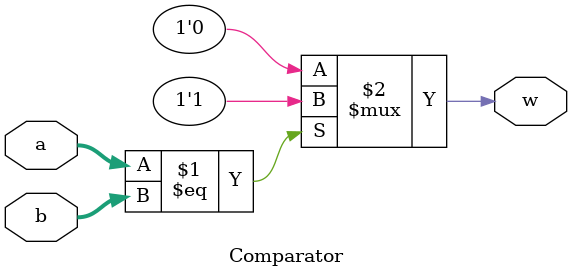
<source format=v>
`timescale 1ns / 1ps
module Comparator(a, b, w);
	input[7:0] a , b;
	output w;
	
	assign w = (a == b) ? 1'b1 : 1'b0;

endmodule

</source>
